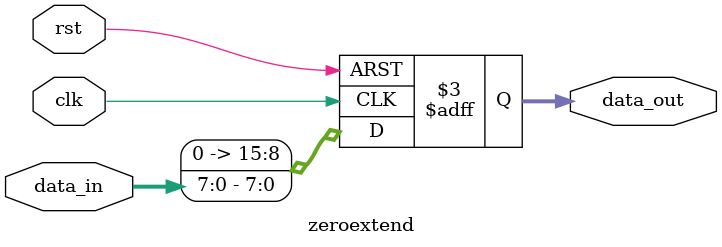
<source format=v>
module zeroextend(input clk, rst, input [7:0] data_in,output reg [15:0] data_out);
always@(posedge clk, negedge rst)
begin
	if(!rst)
		data_out <= 16'h0000;
	else
		data_out <= {8'b00000000,data_in};
end
endmodule

</source>
